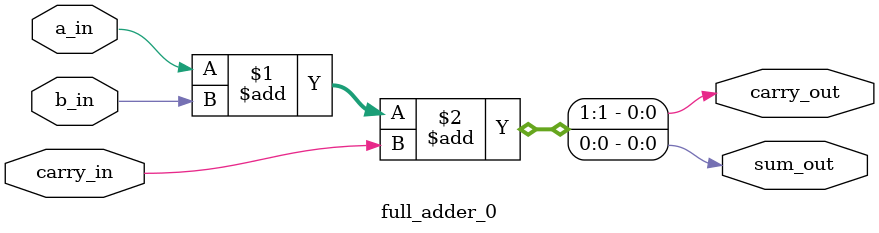
<source format=v>
module full_adder_0(a_in, b_in, carry_in, sum_out, carry_out);
  input a_in, b_in;
  input carry_in;
  output sum_out;
  output carry_out;

  wire a_in, b_in;
  wire carry_in;
  wire sum_out;
  wire carry_out;

  assign {carry_out, sum_out} = a_in + b_in + carry_in;
  
endmodule
</source>
